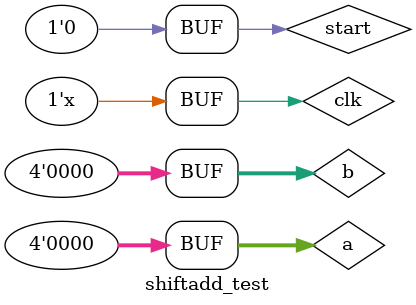
<source format=v>
`timescale 1ns / 1ps


module shiftadd_test;

	// Inputs
	reg clk;
	reg start;
	reg [3:0] a;
	reg [3:0] b;

	// Outputs
	wire flag;
	wire [7:0] mul;

	// Instantiate the Unit Under Test (UUT)
	shiftadd uut (
		.clk(clk), 
		.start(start), 
		.a(a), 
		.b(b), 
		.flag(flag), 
		.mul(mul)
	);

	initial begin
		// Initialize Inputs
		clk = 0;
		start = 0;
		a = 0;
		b = 0;

	end
	initial clk = 0;
	always #5 clk = ~clk;
	initial begin
	start = 0;
	a=4'b0000;
	b=4'b0000;
	#20
	start = 1;
	a = 4'b0100;
	b = 4'b0110;
	end
	always @(clk) begin
	if (mul!=0) begin
		$display("a=%d b=%d \t output value mul =%d ",a,b,mul);
					end
	end
endmodule


</source>
